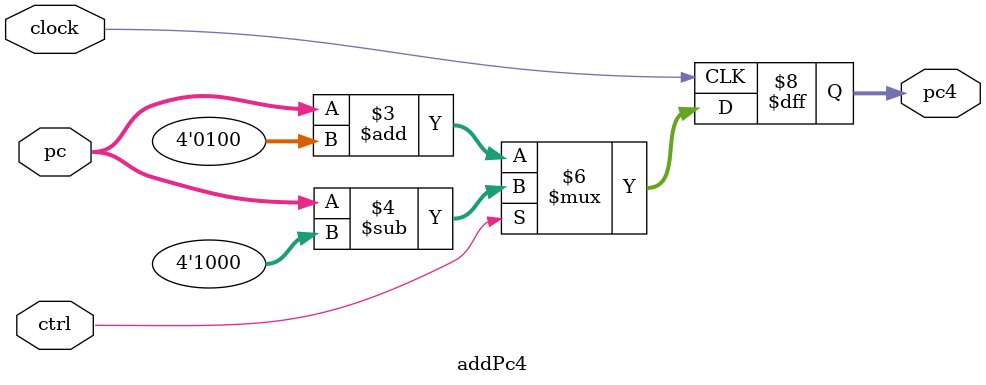
<source format=v>
module addPc4(clock, ctrl, pc, pc4);
    
    input wire clock;
    input wire [31:0] pc;
    input wire ctrl;
    
    output reg [31:0] pc4;

    always @ (negedge clock)
        begin: SOMA4
        if(ctrl == 0)begin
            pc4 = pc + 4'b0100;
        end else begin
            pc4 = pc - 4'b1000;
        end
    end
endmodule
</source>
